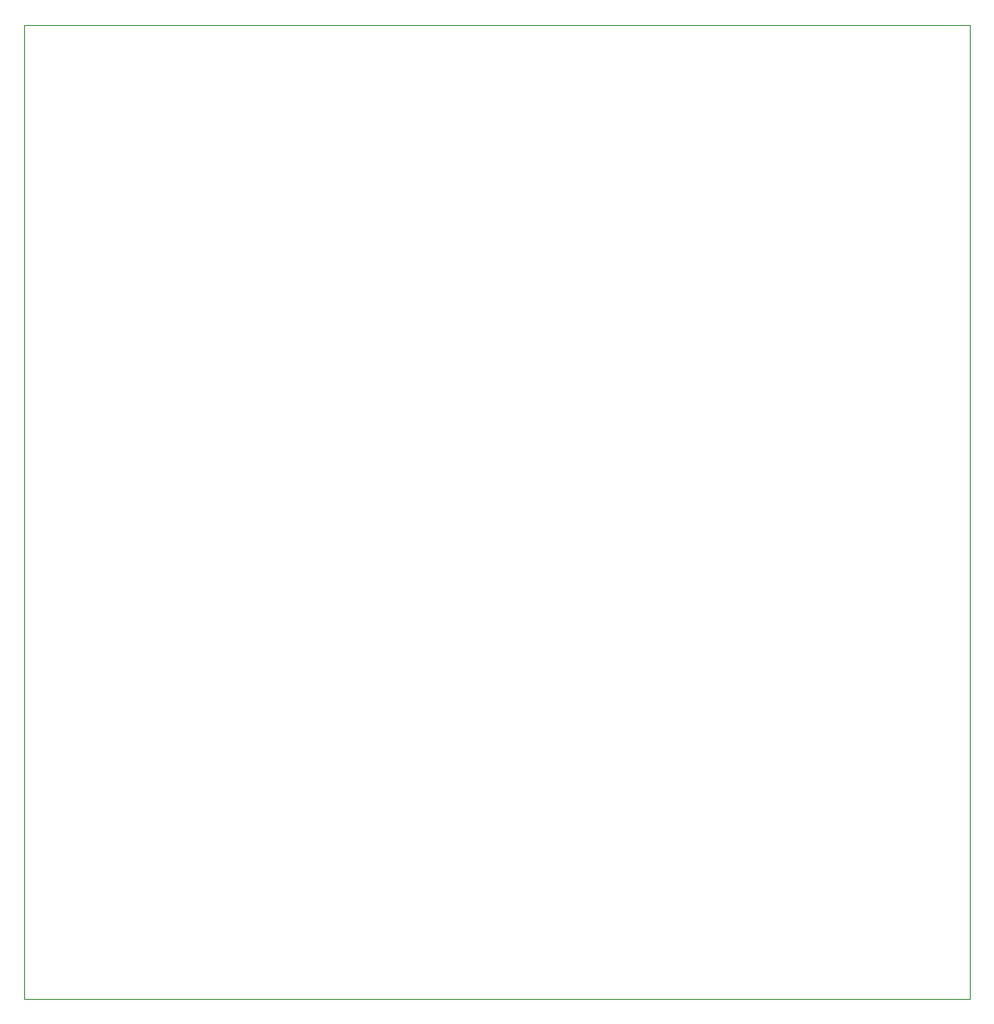
<source format=gbr>
%TF.GenerationSoftware,KiCad,Pcbnew,(6.0.7)*%
%TF.CreationDate,2023-04-23T16:52:27-04:00*%
%TF.ProjectId,NPN Tracer V2b-jlcpcb,4e504e20-5472-4616-9365-72205632622d,rev?*%
%TF.SameCoordinates,Original*%
%TF.FileFunction,Profile,NP*%
%FSLAX46Y46*%
G04 Gerber Fmt 4.6, Leading zero omitted, Abs format (unit mm)*
G04 Created by KiCad (PCBNEW (6.0.7)) date 2023-04-23 16:52:27*
%MOMM*%
%LPD*%
G01*
G04 APERTURE LIST*
%TA.AperFunction,Profile*%
%ADD10C,0.100000*%
%TD*%
G04 APERTURE END LIST*
D10*
X50609500Y-59690000D02*
X140017500Y-59690000D01*
X140017500Y-59690000D02*
X140017500Y-151765000D01*
X140017500Y-151765000D02*
X50609500Y-151765000D01*
X50609500Y-151765000D02*
X50609500Y-59690000D01*
M02*

</source>
